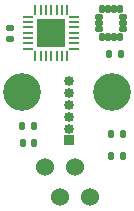
<source format=gbr>
%TF.GenerationSoftware,KiCad,Pcbnew,8.0.8-8.0.8-0~ubuntu24.04.1*%
%TF.CreationDate,2025-02-26T12:27:19-05:00*%
%TF.ProjectId,imu-board,696d752d-626f-4617-9264-2e6b69636164,rev?*%
%TF.SameCoordinates,Original*%
%TF.FileFunction,Soldermask,Top*%
%TF.FilePolarity,Negative*%
%FSLAX46Y46*%
G04 Gerber Fmt 4.6, Leading zero omitted, Abs format (unit mm)*
G04 Created by KiCad (PCBNEW 8.0.8-8.0.8-0~ubuntu24.04.1) date 2025-02-26 12:27:19*
%MOMM*%
%LPD*%
G01*
G04 APERTURE LIST*
G04 Aperture macros list*
%AMRoundRect*
0 Rectangle with rounded corners*
0 $1 Rounding radius*
0 $2 $3 $4 $5 $6 $7 $8 $9 X,Y pos of 4 corners*
0 Add a 4 corners polygon primitive as box body*
4,1,4,$2,$3,$4,$5,$6,$7,$8,$9,$2,$3,0*
0 Add four circle primitives for the rounded corners*
1,1,$1+$1,$2,$3*
1,1,$1+$1,$4,$5*
1,1,$1+$1,$6,$7*
1,1,$1+$1,$8,$9*
0 Add four rect primitives between the rounded corners*
20,1,$1+$1,$2,$3,$4,$5,0*
20,1,$1+$1,$4,$5,$6,$7,0*
20,1,$1+$1,$6,$7,$8,$9,0*
20,1,$1+$1,$8,$9,$2,$3,0*%
%AMFreePoly0*
4,1,14,0.318306,0.106694,0.381694,0.043306,0.400000,-0.000888,0.400000,-0.062500,0.381694,-0.106694,0.337500,-0.125000,-0.337500,-0.125000,-0.381694,-0.106694,-0.400000,-0.062500,-0.400000,0.062500,-0.381694,0.106694,-0.337500,0.125000,0.274112,0.125000,0.318306,0.106694,0.318306,0.106694,$1*%
%AMFreePoly1*
4,1,14,0.381694,0.106694,0.400000,0.062500,0.400000,0.000888,0.381694,-0.043306,0.318306,-0.106694,0.274112,-0.125000,-0.337500,-0.125000,-0.381694,-0.106694,-0.400000,-0.062500,-0.400000,0.062500,-0.381694,0.106694,-0.337500,0.125000,0.337500,0.125000,0.381694,0.106694,0.381694,0.106694,$1*%
%AMFreePoly2*
4,1,14,0.106694,0.381694,0.125000,0.337500,0.125000,-0.337500,0.106694,-0.381694,0.062500,-0.400000,-0.062500,-0.400000,-0.106694,-0.381694,-0.125000,-0.337500,-0.125000,0.274112,-0.106694,0.318306,-0.043306,0.381694,0.000888,0.400000,0.062500,0.400000,0.106694,0.381694,0.106694,0.381694,$1*%
%AMFreePoly3*
4,1,14,0.043306,0.381694,0.106694,0.318306,0.125000,0.274112,0.125000,-0.337500,0.106694,-0.381694,0.062500,-0.400000,-0.062500,-0.400000,-0.106694,-0.381694,-0.125000,-0.337500,-0.125000,0.337500,-0.106694,0.381694,-0.062500,0.400000,-0.000888,0.400000,0.043306,0.381694,0.043306,0.381694,$1*%
%AMFreePoly4*
4,1,14,0.381694,0.106694,0.400000,0.062500,0.400000,-0.062500,0.381694,-0.106694,0.337500,-0.125000,-0.274112,-0.125000,-0.318306,-0.106694,-0.381694,-0.043306,-0.400000,0.000888,-0.400000,0.062500,-0.381694,0.106694,-0.337500,0.125000,0.337500,0.125000,0.381694,0.106694,0.381694,0.106694,$1*%
%AMFreePoly5*
4,1,14,0.381694,0.106694,0.400000,0.062500,0.400000,-0.062500,0.381694,-0.106694,0.337500,-0.125000,-0.337500,-0.125000,-0.381694,-0.106694,-0.400000,-0.062500,-0.400000,-0.000888,-0.381694,0.043306,-0.318306,0.106694,-0.274112,0.125000,0.337500,0.125000,0.381694,0.106694,0.381694,0.106694,$1*%
%AMFreePoly6*
4,1,14,0.106694,0.381694,0.125000,0.337500,0.125000,-0.274112,0.106694,-0.318306,0.043306,-0.381694,-0.000888,-0.400000,-0.062500,-0.400000,-0.106694,-0.381694,-0.125000,-0.337500,-0.125000,0.337500,-0.106694,0.381694,-0.062500,0.400000,0.062500,0.400000,0.106694,0.381694,0.106694,0.381694,$1*%
%AMFreePoly7*
4,1,14,0.106694,0.381694,0.125000,0.337500,0.125000,-0.337500,0.106694,-0.381694,0.062500,-0.400000,0.000888,-0.400000,-0.043306,-0.381694,-0.106694,-0.318306,-0.125000,-0.274112,-0.125000,0.337500,-0.106694,0.381694,-0.062500,0.400000,0.062500,0.400000,0.106694,0.381694,0.106694,0.381694,$1*%
G04 Aperture macros list end*
%ADD10RoundRect,0.140000X0.170000X-0.140000X0.170000X0.140000X-0.170000X0.140000X-0.170000X-0.140000X0*%
%ADD11FreePoly0,270.000000*%
%ADD12RoundRect,0.062500X-0.062500X0.337500X-0.062500X-0.337500X0.062500X-0.337500X0.062500X0.337500X0*%
%ADD13FreePoly1,270.000000*%
%ADD14FreePoly2,270.000000*%
%ADD15RoundRect,0.062500X-0.337500X0.062500X-0.337500X-0.062500X0.337500X-0.062500X0.337500X0.062500X0*%
%ADD16FreePoly3,270.000000*%
%ADD17FreePoly4,270.000000*%
%ADD18FreePoly5,270.000000*%
%ADD19FreePoly6,270.000000*%
%ADD20FreePoly7,270.000000*%
%ADD21R,2.400000X2.400000*%
%ADD22RoundRect,0.147500X-0.147500X-0.172500X0.147500X-0.172500X0.147500X0.172500X-0.147500X0.172500X0*%
%ADD23RoundRect,0.102000X0.150000X-0.240000X0.150000X0.240000X-0.150000X0.240000X-0.150000X-0.240000X0*%
%ADD24RoundRect,0.102000X0.240000X-0.150000X0.240000X0.150000X-0.240000X0.150000X-0.240000X-0.150000X0*%
%ADD25RoundRect,0.102000X-0.150000X0.240000X-0.150000X-0.240000X0.150000X-0.240000X0.150000X0.240000X0*%
%ADD26RoundRect,0.102000X-0.240000X0.150000X-0.240000X-0.150000X0.240000X-0.150000X0.240000X0.150000X0*%
%ADD27RoundRect,0.135000X-0.135000X-0.185000X0.135000X-0.185000X0.135000X0.185000X-0.135000X0.185000X0*%
%ADD28RoundRect,0.135000X0.135000X0.185000X-0.135000X0.185000X-0.135000X-0.185000X0.135000X-0.185000X0*%
%ADD29R,0.850000X0.850000*%
%ADD30O,0.850000X0.850000*%
%ADD31RoundRect,0.140000X0.140000X0.170000X-0.140000X0.170000X-0.140000X-0.170000X0.140000X-0.170000X0*%
%ADD32C,3.200000*%
%ADD33C,1.524000*%
G04 APERTURE END LIST*
D10*
%TO.C,C2*%
X51181000Y-60678000D03*
X51181000Y-59718000D03*
%TD*%
D11*
%TO.C,U1*%
X56007000Y-58203000D03*
D12*
X55557000Y-58203000D03*
X55107000Y-58203000D03*
X54657000Y-58203000D03*
X54207000Y-58203000D03*
X53757000Y-58203000D03*
D13*
X53307000Y-58203000D03*
D14*
X52707000Y-58803000D03*
D15*
X52707000Y-59253000D03*
X52707000Y-59703000D03*
X52707000Y-60153000D03*
X52707000Y-60603000D03*
X52707000Y-61053000D03*
D16*
X52707000Y-61503000D03*
D17*
X53307000Y-62103000D03*
D12*
X53757000Y-62103000D03*
X54207000Y-62103000D03*
X54657000Y-62103000D03*
X55107000Y-62103000D03*
X55557000Y-62103000D03*
D18*
X56007000Y-62103000D03*
D19*
X56607000Y-61503000D03*
D15*
X56607000Y-61053000D03*
X56607000Y-60603000D03*
X56607000Y-60153000D03*
X56607000Y-59703000D03*
X56607000Y-59253000D03*
D20*
X56607000Y-58803000D03*
D21*
X54657000Y-60153000D03*
%TD*%
D22*
%TO.C,D1*%
X52243000Y-69469000D03*
X53213000Y-69469000D03*
%TD*%
D23*
%TO.C,U2*%
X58957000Y-60488500D03*
X59457000Y-60488500D03*
X59957000Y-60488500D03*
X60457000Y-60488500D03*
D24*
X60707000Y-59826000D03*
X60707000Y-59326000D03*
X60707000Y-58826000D03*
D25*
X60457000Y-58163500D03*
X59957000Y-58163500D03*
X59457000Y-58163500D03*
X58957000Y-58163500D03*
D26*
X58707000Y-58826000D03*
X58707000Y-59326000D03*
X58707000Y-59826000D03*
%TD*%
D27*
%TO.C,R1*%
X52218000Y-68072000D03*
X53238000Y-68072000D03*
%TD*%
D28*
%TO.C,JP1*%
X60708000Y-70612000D03*
X59688000Y-70612000D03*
%TD*%
%TO.C,JP2*%
X60708000Y-68707000D03*
X59688000Y-68707000D03*
%TD*%
D29*
%TO.C,J3*%
X56134000Y-69278000D03*
D30*
X56134000Y-68278000D03*
X56134000Y-67278000D03*
X56134000Y-66278000D03*
X56134000Y-65278000D03*
X56134000Y-64278000D03*
%TD*%
D31*
%TO.C,C1*%
X60551000Y-61976000D03*
X59591000Y-61976000D03*
%TD*%
D32*
%TO.C,J2*%
X52192000Y-65171000D03*
X59817000Y-65171000D03*
D33*
X54097000Y-71521000D03*
X55367000Y-74061000D03*
X56637000Y-71521000D03*
X57907000Y-74061000D03*
%TD*%
M02*

</source>
